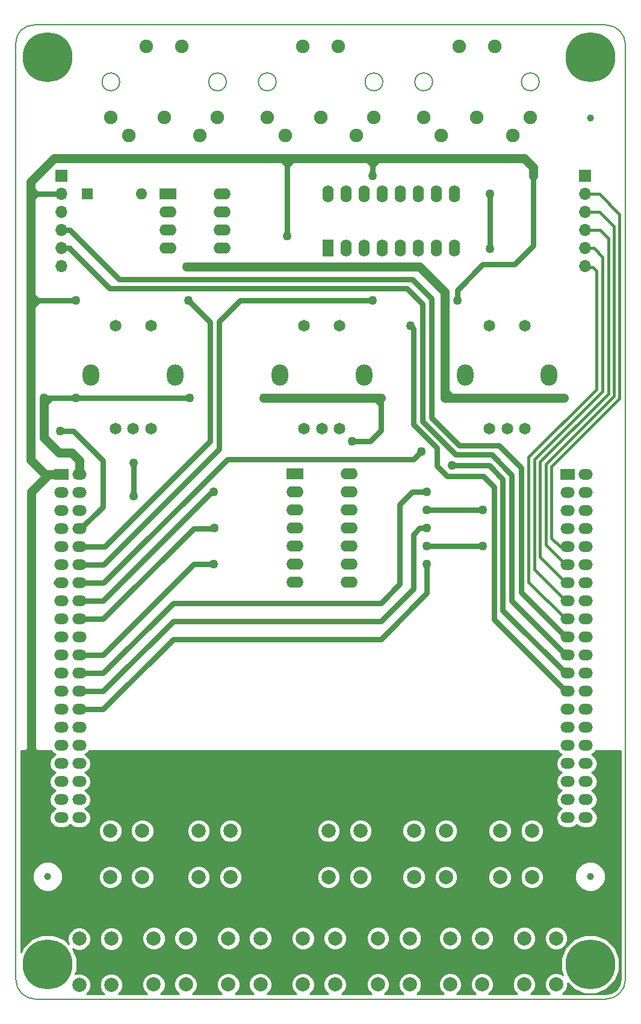
<source format=gbr>
G04 #@! TF.FileFunction,Copper,L1,Top,Signal*
%FSLAX46Y46*%
G04 Gerber Fmt 4.6, Leading zero omitted, Abs format (unit mm)*
G04 Created by KiCad (PCBNEW 4.0.6-e0-6349~53~ubuntu16.04.1) date Sat Aug 19 19:33:35 2017*
%MOMM*%
%LPD*%
G01*
G04 APERTURE LIST*
%ADD10C,0.100000*%
%ADD11C,0.150000*%
%ADD12R,2.000000X1.524000*%
%ADD13O,2.000000X1.524000*%
%ADD14C,1.900000*%
%ADD15O,2.300000X3.000000*%
%ADD16C,1.650000*%
%ADD17R,2.400000X1.600000*%
%ADD18O,2.400000X1.600000*%
%ADD19R,1.600000X2.400000*%
%ADD20O,1.600000X2.400000*%
%ADD21C,2.000000*%
%ADD22R,1.700000X1.700000*%
%ADD23O,1.700000X1.700000*%
%ADD24R,1.600000X1.600000*%
%ADD25O,1.600000X1.600000*%
%ADD26C,7.000000*%
%ADD27C,1.000000*%
%ADD28C,1.270000*%
%ADD29C,0.750000*%
%ADD30C,1.250000*%
%ADD31C,0.400000*%
%ADD32C,0.254000*%
G04 APERTURE END LIST*
D10*
D11*
X115125000Y-33750000D02*
G75*
G03X115125000Y-33750000I-1250000J0D01*
G01*
X100125000Y-33750000D02*
G75*
G03X100125000Y-33750000I-1250000J0D01*
G01*
X93125000Y-33750000D02*
G75*
G03X93125000Y-33750000I-1250000J0D01*
G01*
X78125000Y-33750000D02*
G75*
G03X78125000Y-33750000I-1250000J0D01*
G01*
X56125000Y-33750000D02*
G75*
G03X56125000Y-33750000I-1250000J0D01*
G01*
X71125000Y-33750000D02*
G75*
G03X71125000Y-33750000I-1250000J0D01*
G01*
X124500000Y-162750000D02*
G75*
G03X127250000Y-160000000I0J2750000D01*
G01*
X44250000Y-162750000D02*
X124500000Y-162750000D01*
X127250000Y-28500000D02*
X127250000Y-160000000D01*
X127250000Y-28500000D02*
G75*
G03X124500000Y-25750000I-2750000J0D01*
G01*
X44000000Y-25750000D02*
X124500000Y-25750000D01*
X44000000Y-25750000D02*
G75*
G03X41500000Y-28250000I0J-2500000D01*
G01*
X41500000Y-160000000D02*
X41500000Y-28250000D01*
X41500000Y-160000000D02*
G75*
G03X44250000Y-162750000I2750000J0D01*
G01*
D12*
X119126000Y-88995000D03*
D13*
X121666000Y-88995000D03*
X119126000Y-101695000D03*
X121666000Y-91535000D03*
X119126000Y-104235000D03*
X121666000Y-94075000D03*
X119126000Y-106775000D03*
X121666000Y-96615000D03*
X119126000Y-109315000D03*
X121666000Y-99155000D03*
X119126000Y-111855000D03*
X121666000Y-101695000D03*
X119126000Y-114395000D03*
X121666000Y-104235000D03*
X119126000Y-116935000D03*
X121666000Y-106775000D03*
X119126000Y-119475000D03*
X121666000Y-109315000D03*
X119126000Y-122015000D03*
X121666000Y-111855000D03*
X119126000Y-124555000D03*
X121666000Y-114395000D03*
X119126000Y-127095000D03*
X121666000Y-116935000D03*
X121666000Y-119475000D03*
X119126000Y-129635000D03*
X121666000Y-122015000D03*
X121666000Y-127095000D03*
X121666000Y-129635000D03*
X121666000Y-132175000D03*
X121666000Y-134715000D03*
X119126000Y-132175000D03*
X119126000Y-134715000D03*
X119126000Y-91535000D03*
X119126000Y-94075000D03*
X119126000Y-96615000D03*
X119126000Y-99155000D03*
X119126000Y-137255000D03*
X121666000Y-137255000D03*
X121666000Y-124555000D03*
D14*
X54875000Y-38750000D03*
X57375000Y-41250000D03*
X62375000Y-38750000D03*
X67375000Y-41250000D03*
X69875000Y-38750000D03*
X64875000Y-28750000D03*
X59875000Y-28750000D03*
X76875000Y-38750000D03*
X79375000Y-41250000D03*
X84375000Y-38750000D03*
X89375000Y-41250000D03*
X91875000Y-38750000D03*
X86875000Y-28750000D03*
X81875000Y-28750000D03*
X98875000Y-38750000D03*
X101375000Y-41250000D03*
X106375000Y-38750000D03*
X111375000Y-41250000D03*
X113875000Y-38750000D03*
X108875000Y-28750000D03*
X103875000Y-28750000D03*
D15*
X52100000Y-75000000D03*
D16*
X55500000Y-82500000D03*
X60500000Y-82500000D03*
X58000000Y-82500000D03*
X55500000Y-68000000D03*
X60500000Y-68000000D03*
D15*
X63900000Y-75000000D03*
X78669500Y-75000000D03*
D16*
X82069500Y-82500000D03*
X87069500Y-82500000D03*
X84569500Y-82500000D03*
X82069500Y-68000000D03*
X87069500Y-68000000D03*
D15*
X90469500Y-75000000D03*
X104715000Y-75000000D03*
D16*
X108115000Y-82500000D03*
X113115000Y-82500000D03*
X110615000Y-82500000D03*
X108115000Y-68000000D03*
X113115000Y-68000000D03*
D15*
X116515000Y-75000000D03*
D17*
X80772000Y-88868000D03*
D18*
X88392000Y-104108000D03*
X80772000Y-91408000D03*
X88392000Y-101568000D03*
X80772000Y-93948000D03*
X88392000Y-99028000D03*
X80772000Y-96488000D03*
X88392000Y-96488000D03*
X80772000Y-99028000D03*
X88392000Y-93948000D03*
X80772000Y-101568000D03*
X88392000Y-91408000D03*
X80772000Y-104108000D03*
X88392000Y-88868000D03*
D19*
X85380000Y-57120000D03*
D20*
X103160000Y-49500000D03*
X87920000Y-57120000D03*
X100620000Y-49500000D03*
X90460000Y-57120000D03*
X98080000Y-49500000D03*
X93000000Y-57120000D03*
X95540000Y-49500000D03*
X95540000Y-57120000D03*
X93000000Y-49500000D03*
X98080000Y-57120000D03*
X90460000Y-49500000D03*
X100620000Y-57120000D03*
X87920000Y-49500000D03*
X103160000Y-57120000D03*
X85380000Y-49500000D03*
D17*
X62880000Y-49460000D03*
D18*
X70500000Y-57080000D03*
X62880000Y-52000000D03*
X70500000Y-54540000D03*
X62880000Y-54540000D03*
X70500000Y-52000000D03*
X62880000Y-57080000D03*
X70500000Y-49460000D03*
D21*
X117500000Y-160700000D03*
X113000000Y-160700000D03*
X117500000Y-154200000D03*
X113000000Y-154200000D03*
X114100000Y-145600000D03*
X109600000Y-145600000D03*
X114100000Y-139100000D03*
X109600000Y-139100000D03*
X107100000Y-160700000D03*
X102600000Y-160700000D03*
X107100000Y-154200000D03*
X102600000Y-154200000D03*
X102000000Y-145600000D03*
X97500000Y-145600000D03*
X102000000Y-139100000D03*
X97500000Y-139100000D03*
X96956000Y-160700000D03*
X92456000Y-160700000D03*
X96956000Y-154200000D03*
X92456000Y-154200000D03*
X90000000Y-145600000D03*
X85500000Y-145600000D03*
X90000000Y-139100000D03*
X85500000Y-139100000D03*
X86400000Y-160700000D03*
X81900000Y-160700000D03*
X86400000Y-154200000D03*
X81900000Y-154200000D03*
X75900000Y-160700000D03*
X71400000Y-160700000D03*
X75900000Y-154200000D03*
X71400000Y-154200000D03*
X71700000Y-145600000D03*
X67200000Y-145600000D03*
X71700000Y-139100000D03*
X67200000Y-139100000D03*
X65400000Y-160700000D03*
X60900000Y-160700000D03*
X65400000Y-154200000D03*
X60900000Y-154200000D03*
X59300000Y-145600000D03*
X54800000Y-145600000D03*
X59300000Y-139100000D03*
X54800000Y-139100000D03*
X50419000Y-154273000D03*
X54919000Y-154273000D03*
X50419000Y-160773000D03*
X54919000Y-160773000D03*
D22*
X121539000Y-47000000D03*
D23*
X121539000Y-49540000D03*
X121539000Y-52080000D03*
X121539000Y-54620000D03*
X121539000Y-57160000D03*
X121539000Y-59700000D03*
D22*
X47879000Y-47000000D03*
D23*
X47879000Y-49540000D03*
X47879000Y-52080000D03*
X47879000Y-54620000D03*
X47879000Y-57160000D03*
X47879000Y-59700000D03*
D24*
X51562000Y-49530000D03*
D25*
X59182000Y-49530000D03*
D26*
X45974000Y-30320200D03*
X122301000Y-30320200D03*
X45974000Y-157853600D03*
X122301000Y-157853600D03*
D27*
X122300000Y-38830000D03*
X122300000Y-145510000D03*
X45974000Y-145510000D03*
D12*
X47879000Y-88995000D03*
D13*
X50419000Y-88995000D03*
X47879000Y-101695000D03*
X50419000Y-91535000D03*
X47879000Y-104235000D03*
X50419000Y-94075000D03*
X47879000Y-106775000D03*
X50419000Y-96615000D03*
X47879000Y-109315000D03*
X50419000Y-99155000D03*
X47879000Y-111855000D03*
X50419000Y-101695000D03*
X47879000Y-114395000D03*
X50419000Y-104235000D03*
X47879000Y-116935000D03*
X50419000Y-106775000D03*
X47879000Y-119475000D03*
X50419000Y-109315000D03*
X47879000Y-122015000D03*
X50419000Y-111855000D03*
X47879000Y-124555000D03*
X50419000Y-114395000D03*
X47879000Y-127095000D03*
X50419000Y-116935000D03*
X50419000Y-119475000D03*
X47879000Y-129635000D03*
X50419000Y-122015000D03*
X50419000Y-127095000D03*
X50419000Y-129635000D03*
X50419000Y-132175000D03*
X50419000Y-134715000D03*
X47879000Y-132175000D03*
X47879000Y-134715000D03*
X47879000Y-91535000D03*
X47879000Y-94075000D03*
X47879000Y-96615000D03*
X47879000Y-99155000D03*
X47879000Y-137255000D03*
X50419000Y-137255000D03*
X50419000Y-124555000D03*
D28*
X88775000Y-84328000D03*
X74930000Y-59784998D03*
X65532000Y-59784994D03*
X101853998Y-78200000D03*
X45466000Y-78200000D03*
X118618000Y-78200000D03*
X92837000Y-78200000D03*
X76327000Y-78200000D03*
X49911002Y-78200000D03*
X65913000Y-78200000D03*
X78867002Y-144780000D03*
X103614010Y-64484000D03*
X57658000Y-149193000D03*
X79654400Y-55390800D03*
X49911002Y-64484000D03*
X114300000Y-46958000D03*
X91694000Y-46958000D03*
X109855000Y-150844000D03*
X109808000Y-147923000D03*
X99822000Y-150971000D03*
X99822000Y-147415000D03*
X68580000Y-150971000D03*
X68580000Y-147542000D03*
X58039000Y-92043000D03*
X58039000Y-87344000D03*
X107188000Y-93948000D03*
X99314000Y-93948000D03*
X107188000Y-99028000D03*
X99314000Y-99028000D03*
X47752000Y-82899000D03*
X102870006Y-87725000D03*
X108202000Y-57243000D03*
X108202000Y-49500000D03*
X97014010Y-68040000D03*
X69392800Y-96488000D03*
X65786000Y-64484000D03*
X69342000Y-91408000D03*
X69342000Y-101568000D03*
X91694000Y-64484000D03*
X99314000Y-91408000D03*
X99314000Y-96488000D03*
X98552000Y-85725000D03*
X99314000Y-101568000D03*
D29*
X46609000Y-78200000D02*
X45466000Y-78200000D01*
X49911002Y-78200000D02*
X46609000Y-78200000D01*
X46514000Y-78200000D02*
X45466000Y-79248000D01*
D30*
X45466000Y-79883000D02*
X45466000Y-79248000D01*
X45466000Y-79248000D02*
X45466000Y-78200000D01*
D29*
X46609000Y-78200000D02*
X46514000Y-78200000D01*
D30*
X45466000Y-83820000D02*
X45466000Y-79883000D01*
D29*
X65913000Y-78200000D02*
X49911002Y-78200000D01*
X92837000Y-79121000D02*
X92837000Y-82804000D01*
X92837000Y-82804000D02*
X91313000Y-84328000D01*
X91313000Y-84328000D02*
X88775000Y-84328000D01*
X92837000Y-79121000D02*
X92075000Y-78359000D01*
X92075000Y-78359000D02*
X92075000Y-78200000D01*
X92837000Y-78200000D02*
X92837000Y-79121000D01*
D30*
X76327000Y-78200000D02*
X92075000Y-78200000D01*
X92075000Y-78200000D02*
X92837000Y-78200000D01*
X50419000Y-88995000D02*
X50419000Y-86995000D01*
X50419000Y-86995000D02*
X49371000Y-85947000D01*
X49371000Y-85947000D02*
X47593000Y-85947000D01*
X47593000Y-85947000D02*
X45466000Y-83820000D01*
X101854000Y-76962000D02*
X101854000Y-63341000D01*
X118618000Y-78200000D02*
X102997000Y-78200000D01*
D29*
X101854000Y-76962000D02*
X101854000Y-77057000D01*
D30*
X101854000Y-78199998D02*
X101854000Y-76962000D01*
X102997000Y-78200000D02*
X101854000Y-78200000D01*
D29*
X101854000Y-77057000D02*
X102997000Y-78200000D01*
D30*
X101853998Y-78200000D02*
X101854000Y-78199998D01*
X101854000Y-63341000D02*
X98297998Y-59784998D01*
X98297998Y-59784998D02*
X74930000Y-59784998D01*
X65532000Y-59784994D02*
X74929996Y-59784994D01*
X74929996Y-59784994D02*
X74930000Y-59784998D01*
D29*
X92583000Y-78200000D02*
X92837000Y-78454000D01*
X65913000Y-78199998D02*
X65785998Y-78327000D01*
D30*
X91694000Y-44545000D02*
X92710000Y-44545000D01*
X92710000Y-44545000D02*
X96647000Y-44545000D01*
D29*
X91694000Y-45466000D02*
X91789000Y-45466000D01*
X91789000Y-45466000D02*
X92710000Y-44545000D01*
D30*
X90678000Y-44545000D02*
X91694000Y-44545000D01*
X80645000Y-44545000D02*
X90678000Y-44545000D01*
D29*
X91694000Y-46958000D02*
X91694000Y-45466000D01*
X91694000Y-45466000D02*
X91694000Y-44545000D01*
X90678000Y-44545000D02*
X90773000Y-44545000D01*
X90773000Y-44545000D02*
X91694000Y-45466000D01*
X49911002Y-64484000D02*
X43561000Y-64484000D01*
X47879000Y-49540000D02*
X43603000Y-49540000D01*
X43603000Y-49540000D02*
X43561000Y-49498000D01*
X43688000Y-127381000D02*
X44577000Y-128270000D01*
X42926000Y-128143000D02*
X43688000Y-127381000D01*
D30*
X43688000Y-126873000D02*
X43688000Y-131540000D01*
X43688000Y-91436000D02*
X43688000Y-126873000D01*
D29*
X43688000Y-126873000D02*
X43688000Y-127381000D01*
X114300000Y-46958000D02*
X114300000Y-56769000D01*
X111633000Y-59436000D02*
X107188000Y-59436000D01*
X107188000Y-59436000D02*
X103614010Y-63009990D01*
X114300000Y-56769000D02*
X111633000Y-59436000D01*
X103614010Y-63009990D02*
X103614010Y-64484000D01*
D30*
X43561000Y-64484000D02*
X43561000Y-63500000D01*
X43561000Y-63500000D02*
X43561000Y-50260000D01*
D29*
X44704000Y-64484000D02*
X44545000Y-64484000D01*
X44545000Y-64484000D02*
X43561000Y-63500000D01*
X44704000Y-64484000D02*
X43561000Y-64484000D01*
X44704000Y-64484000D02*
X43561000Y-65627000D01*
D30*
X79629000Y-44545000D02*
X80645000Y-44545000D01*
D29*
X79654400Y-45720000D02*
X79654400Y-45535600D01*
X79654400Y-45535600D02*
X80645000Y-44545000D01*
X79654400Y-45720000D02*
X79654400Y-44570400D01*
X79654400Y-55390800D02*
X79654400Y-45720000D01*
D30*
X46863000Y-44545000D02*
X78740000Y-44545000D01*
X78740000Y-44545000D02*
X79629000Y-44545000D01*
D29*
X79654400Y-45720000D02*
X79654400Y-45459400D01*
X79654400Y-45459400D02*
X78740000Y-44545000D01*
D30*
X96647000Y-44545000D02*
X113030000Y-44545000D01*
X113030000Y-44545000D02*
X114300000Y-45815000D01*
X114300000Y-45815000D02*
X114300000Y-46958000D01*
D29*
X47879000Y-88995000D02*
X46129000Y-88995000D01*
D30*
X46129000Y-88995000D02*
X43688000Y-91436000D01*
X43561000Y-48736000D02*
X43561000Y-48101000D01*
D29*
X43688000Y-48736000D02*
X44450000Y-49498000D01*
D30*
X43561000Y-49498000D02*
X43561000Y-48736000D01*
D29*
X43561000Y-48736000D02*
X43688000Y-48736000D01*
D30*
X43561000Y-50260000D02*
X43561000Y-49498000D01*
D29*
X43561000Y-50260000D02*
X43688000Y-50260000D01*
X44450000Y-49498000D02*
X43561000Y-49498000D01*
X43688000Y-50260000D02*
X44450000Y-49498000D01*
X79654400Y-44570400D02*
X79629000Y-44545000D01*
D30*
X43561000Y-48101000D02*
X43561000Y-47847000D01*
X43561000Y-47847000D02*
X46863000Y-44545000D01*
X43561000Y-65627000D02*
X43561000Y-64484000D01*
X43561000Y-86927000D02*
X43561000Y-65627000D01*
X47879000Y-88995000D02*
X45629000Y-88995000D01*
X45629000Y-88995000D02*
X43561000Y-86927000D01*
D29*
X47879000Y-88995000D02*
X45847000Y-88995000D01*
X58039000Y-87344000D02*
X58039000Y-92043000D01*
X107156000Y-93948000D02*
X107188000Y-93980000D01*
X99314000Y-93948000D02*
X107156000Y-93948000D01*
X107156008Y-99028000D02*
X107188000Y-99059992D01*
X99314000Y-99028000D02*
X107156008Y-99028000D01*
X47879000Y-54620000D02*
X49081081Y-54620000D01*
X49081081Y-54620000D02*
X56024081Y-61563000D01*
X112564950Y-88021950D02*
X112564950Y-105531950D01*
X56024081Y-61563000D02*
X97282001Y-61563001D01*
X97282001Y-61563001D02*
X99968989Y-64249989D01*
X99968989Y-64249989D02*
X99968989Y-80990621D01*
X99968989Y-80990621D02*
X103909368Y-84931000D01*
X103909368Y-84931000D02*
X109474000Y-84931000D01*
X109474000Y-84931000D02*
X112564950Y-88021950D01*
X112564950Y-105531950D02*
X118888000Y-111855000D01*
X118888000Y-111855000D02*
X119126000Y-111855000D01*
X49081081Y-57160000D02*
X49081081Y-57177081D01*
X49081081Y-57177081D02*
X54717011Y-62813011D01*
X47879000Y-57160000D02*
X49081081Y-57160000D01*
X96500011Y-62813011D02*
X98718978Y-65031978D01*
X111257411Y-106764411D02*
X118888000Y-114395000D01*
X98718978Y-81508392D02*
X103391597Y-86181011D01*
X103391597Y-86181011D02*
X108412611Y-86181011D01*
X98718978Y-65031978D02*
X98718978Y-81508392D01*
X108412611Y-86181011D02*
X111257411Y-89025811D01*
X111257411Y-89025811D02*
X111257411Y-106764411D01*
X118888000Y-114395000D02*
X119126000Y-114395000D01*
X54717011Y-62813011D02*
X96500011Y-62813011D01*
X50419000Y-96615000D02*
X50657000Y-96615000D01*
X50657000Y-96615000D02*
X53746400Y-93525600D01*
X53746400Y-93525600D02*
X53746400Y-87020400D01*
X53746400Y-87020400D02*
X49625000Y-82899000D01*
X49625000Y-82899000D02*
X47752000Y-82899000D01*
D31*
X119126000Y-99155000D02*
X118075200Y-99155000D01*
X118075200Y-99155000D02*
X116840000Y-97919800D01*
X116840000Y-97919800D02*
X116840000Y-87852000D01*
X116840000Y-87852000D02*
X126441020Y-78250980D01*
X126441020Y-52368020D02*
X123571000Y-49498000D01*
X126441020Y-78250980D02*
X126441020Y-52368020D01*
X123571000Y-49498000D02*
X123529000Y-49540000D01*
X123529000Y-49540000D02*
X121539000Y-49540000D01*
X119126000Y-101695000D02*
X118888000Y-101695000D01*
X118888000Y-101695000D02*
X116039990Y-98846990D01*
X123529000Y-52080000D02*
X121539000Y-52080000D01*
X116039990Y-98846990D02*
X116039990Y-87520624D01*
X116039990Y-87520624D02*
X125641009Y-77919605D01*
X125641009Y-54108009D02*
X123571000Y-52038000D01*
X125641009Y-77919605D02*
X125641009Y-54108009D01*
X123571000Y-52038000D02*
X123529000Y-52080000D01*
X119126000Y-104235000D02*
X118888000Y-104235000D01*
X118888000Y-104235000D02*
X115239980Y-100586980D01*
X115239980Y-100586980D02*
X115239980Y-87189248D01*
X115239980Y-87189248D02*
X124840998Y-77588230D01*
X124840998Y-77588230D02*
X124840998Y-55724008D01*
X124840998Y-55724008D02*
X123694990Y-54578000D01*
X123694990Y-54578000D02*
X123698000Y-54578000D01*
X123698000Y-54578000D02*
X123656000Y-54620000D01*
X123656000Y-54620000D02*
X121539000Y-54620000D01*
X119126000Y-106775000D02*
X118888000Y-106775000D01*
X114439970Y-86857872D02*
X124040987Y-77256855D01*
X118888000Y-106775000D02*
X114439970Y-102326970D01*
X114439970Y-102326970D02*
X114439970Y-86857872D01*
X124040987Y-77256855D02*
X124040987Y-58381987D01*
X124040987Y-58381987D02*
X122819000Y-57160000D01*
X122819000Y-57160000D02*
X121539000Y-57160000D01*
X119126000Y-109315000D02*
X118888000Y-109315000D01*
X118888000Y-109315000D02*
X113639960Y-104066960D01*
X113639960Y-104066960D02*
X113639960Y-86526496D01*
X113639960Y-86526496D02*
X123190000Y-76976456D01*
X123190000Y-76976456D02*
X123190000Y-60325000D01*
X123190000Y-60325000D02*
X122682000Y-59817000D01*
X122682000Y-59817000D02*
X121656000Y-59817000D01*
X121656000Y-59817000D02*
X121539000Y-59700000D01*
D29*
X110007400Y-89655400D02*
X108077000Y-87725000D01*
X118888000Y-116935000D02*
X110007400Y-108054400D01*
X119126000Y-116935000D02*
X118888000Y-116935000D01*
X110007400Y-108054400D02*
X110007400Y-89655400D01*
X108077000Y-87725000D02*
X103768031Y-87725000D01*
X103768031Y-87725000D02*
X102870006Y-87725000D01*
X119126000Y-119475000D02*
X118888000Y-119475000D01*
X118888000Y-119475000D02*
X108757389Y-109344389D01*
X108757389Y-109344389D02*
X108757389Y-90691389D01*
X108757389Y-90691389D02*
X107301002Y-89235002D01*
X100711000Y-85268196D02*
X97409000Y-81966196D01*
X97409000Y-68453000D02*
X97014010Y-68058010D01*
X107301002Y-89235002D02*
X102145194Y-89235002D01*
X97014010Y-68058010D02*
X97014010Y-68040000D01*
X102145194Y-89235002D02*
X100711000Y-87800808D01*
X100711000Y-87800808D02*
X100711000Y-85268196D01*
X97409000Y-81966196D02*
X97409000Y-68453000D01*
X108202000Y-49500000D02*
X108202000Y-57243000D01*
X69392800Y-96488000D02*
X69342000Y-96538800D01*
X69342000Y-96538800D02*
X66529200Y-96538800D01*
X66529200Y-96538800D02*
X53753000Y-109315000D01*
X53753000Y-109315000D02*
X50419000Y-109315000D01*
X65786000Y-64484000D02*
X68834000Y-67532000D01*
X53975000Y-99155000D02*
X50419000Y-99155000D01*
X68834000Y-67532000D02*
X68834000Y-84296000D01*
X68834000Y-84296000D02*
X53975000Y-99155000D01*
X69342000Y-91408000D02*
X69120000Y-91408000D01*
X52169000Y-106775000D02*
X50419000Y-106775000D01*
X69120000Y-91408000D02*
X53753000Y-106775000D01*
X53753000Y-106775000D02*
X52169000Y-106775000D01*
X69342000Y-101568000D02*
X66580000Y-101568000D01*
X66580000Y-101568000D02*
X53753000Y-114395000D01*
X53753000Y-114395000D02*
X50419000Y-114395000D01*
X91694000Y-64484000D02*
X73057000Y-64484000D01*
X73057000Y-64484000D02*
X70104000Y-67437000D01*
X70104000Y-67437000D02*
X70104000Y-85439000D01*
X70104000Y-85439000D02*
X53848000Y-101695000D01*
X53848000Y-101695000D02*
X52169000Y-101695000D01*
X52169000Y-101695000D02*
X50419000Y-101695000D01*
X99314000Y-91408000D02*
X97314000Y-91408000D01*
X97314000Y-91408000D02*
X95504000Y-93218000D01*
X95504000Y-93218000D02*
X95504000Y-104394000D01*
X95504000Y-104394000D02*
X92837000Y-107061000D01*
X92837000Y-107061000D02*
X63627000Y-107061000D01*
X63627000Y-107061000D02*
X53753000Y-116935000D01*
X53753000Y-116935000D02*
X50419000Y-116935000D01*
X99339400Y-96488000D02*
X98330000Y-96488000D01*
X98330000Y-96488000D02*
X97409000Y-97409000D01*
X97409000Y-97409000D02*
X97409000Y-105029000D01*
X92837000Y-109601000D02*
X63627000Y-109601000D01*
X97409000Y-105029000D02*
X92837000Y-109601000D01*
X63627000Y-109601000D02*
X53753000Y-119475000D01*
X53753000Y-119475000D02*
X52169000Y-119475000D01*
X52169000Y-119475000D02*
X50419000Y-119475000D01*
X97441000Y-86836000D02*
X97917001Y-86359999D01*
X97917001Y-86359999D02*
X98552000Y-85725000D01*
X71247000Y-86836000D02*
X97441000Y-86836000D01*
X53848000Y-104235000D02*
X71247000Y-86836000D01*
X50419000Y-104235000D02*
X53848000Y-104235000D01*
X50419000Y-122015000D02*
X53753000Y-122015000D01*
X53753000Y-122015000D02*
X63627000Y-112141000D01*
X63627000Y-112141000D02*
X92837000Y-112141000D01*
X92837000Y-112141000D02*
X99314000Y-105664000D01*
X99314000Y-105664000D02*
X99314000Y-101618800D01*
X99314000Y-101618800D02*
X99364800Y-101568000D01*
X50546000Y-122142000D02*
X50419000Y-122015000D01*
X47879000Y-104235000D02*
X47117000Y-104235000D01*
D32*
G36*
X46626954Y-128077171D02*
X47057720Y-128365000D01*
X46626954Y-128652829D01*
X46325856Y-129103453D01*
X46220125Y-129635000D01*
X46325856Y-130166547D01*
X46626954Y-130617171D01*
X47057720Y-130905000D01*
X46626954Y-131192829D01*
X46325856Y-131643453D01*
X46220125Y-132175000D01*
X46325856Y-132706547D01*
X46626954Y-133157171D01*
X47057720Y-133445000D01*
X46626954Y-133732829D01*
X46325856Y-134183453D01*
X46220125Y-134715000D01*
X46325856Y-135246547D01*
X46626954Y-135697171D01*
X47057720Y-135985000D01*
X46626954Y-136272829D01*
X46325856Y-136723453D01*
X46220125Y-137255000D01*
X46325856Y-137786547D01*
X46626954Y-138237171D01*
X47077578Y-138538269D01*
X47609125Y-138644000D01*
X48148875Y-138644000D01*
X48680422Y-138538269D01*
X49131046Y-138237171D01*
X49149000Y-138210301D01*
X49166954Y-138237171D01*
X49617578Y-138538269D01*
X50149125Y-138644000D01*
X50688875Y-138644000D01*
X51220422Y-138538269D01*
X51671046Y-138237171D01*
X51972144Y-137786547D01*
X52077875Y-137255000D01*
X51972144Y-136723453D01*
X51671046Y-136272829D01*
X51240280Y-135985000D01*
X51671046Y-135697171D01*
X51972144Y-135246547D01*
X52077875Y-134715000D01*
X51972144Y-134183453D01*
X51671046Y-133732829D01*
X51240280Y-133445000D01*
X51671046Y-133157171D01*
X51972144Y-132706547D01*
X52077875Y-132175000D01*
X51972144Y-131643453D01*
X51671046Y-131192829D01*
X51240280Y-130905000D01*
X51671046Y-130617171D01*
X51972144Y-130166547D01*
X52077875Y-129635000D01*
X51972144Y-129103453D01*
X51671046Y-128652829D01*
X51240280Y-128365000D01*
X51671046Y-128077171D01*
X51818160Y-127857000D01*
X117726840Y-127857000D01*
X117873954Y-128077171D01*
X118304720Y-128365000D01*
X117873954Y-128652829D01*
X117572856Y-129103453D01*
X117467125Y-129635000D01*
X117572856Y-130166547D01*
X117873954Y-130617171D01*
X118304720Y-130905000D01*
X117873954Y-131192829D01*
X117572856Y-131643453D01*
X117467125Y-132175000D01*
X117572856Y-132706547D01*
X117873954Y-133157171D01*
X118304720Y-133445000D01*
X117873954Y-133732829D01*
X117572856Y-134183453D01*
X117467125Y-134715000D01*
X117572856Y-135246547D01*
X117873954Y-135697171D01*
X118304720Y-135985000D01*
X117873954Y-136272829D01*
X117572856Y-136723453D01*
X117467125Y-137255000D01*
X117572856Y-137786547D01*
X117873954Y-138237171D01*
X118324578Y-138538269D01*
X118856125Y-138644000D01*
X119395875Y-138644000D01*
X119927422Y-138538269D01*
X120378046Y-138237171D01*
X120396000Y-138210301D01*
X120413954Y-138237171D01*
X120864578Y-138538269D01*
X121396125Y-138644000D01*
X121935875Y-138644000D01*
X122467422Y-138538269D01*
X122918046Y-138237171D01*
X123219144Y-137786547D01*
X123324875Y-137255000D01*
X123219144Y-136723453D01*
X122918046Y-136272829D01*
X122487280Y-135985000D01*
X122918046Y-135697171D01*
X123219144Y-135246547D01*
X123324875Y-134715000D01*
X123219144Y-134183453D01*
X122918046Y-133732829D01*
X122487280Y-133445000D01*
X122918046Y-133157171D01*
X123219144Y-132706547D01*
X123324875Y-132175000D01*
X123219144Y-131643453D01*
X122918046Y-131192829D01*
X122487280Y-130905000D01*
X122918046Y-130617171D01*
X123219144Y-130166547D01*
X123324875Y-129635000D01*
X123219144Y-129103453D01*
X122918046Y-128652829D01*
X122487280Y-128365000D01*
X122918046Y-128077171D01*
X123065160Y-127857000D01*
X126548000Y-127857000D01*
X126548000Y-159930861D01*
X126379400Y-160778471D01*
X125938430Y-161438430D01*
X125278472Y-161879400D01*
X124430861Y-162048000D01*
X118452582Y-162048000D01*
X118878499Y-161622825D01*
X119126717Y-161025050D01*
X119127162Y-160515777D01*
X119960190Y-161350260D01*
X121476487Y-161979882D01*
X123118310Y-161981315D01*
X124635704Y-161354341D01*
X125797660Y-160194410D01*
X126427282Y-158678113D01*
X126428715Y-157036290D01*
X125801741Y-155518896D01*
X124641810Y-154356940D01*
X123125513Y-153727318D01*
X121483690Y-153725885D01*
X119966296Y-154352859D01*
X118804340Y-155512790D01*
X118174718Y-157029087D01*
X118173285Y-158670910D01*
X118455719Y-159354452D01*
X118422825Y-159321501D01*
X117825050Y-159073283D01*
X117177789Y-159072718D01*
X116579582Y-159319892D01*
X116121501Y-159777175D01*
X115873283Y-160374950D01*
X115872718Y-161022211D01*
X116119892Y-161620418D01*
X116546729Y-162048000D01*
X113952582Y-162048000D01*
X114378499Y-161622825D01*
X114626717Y-161025050D01*
X114627282Y-160377789D01*
X114380108Y-159779582D01*
X113922825Y-159321501D01*
X113325050Y-159073283D01*
X112677789Y-159072718D01*
X112079582Y-159319892D01*
X111621501Y-159777175D01*
X111373283Y-160374950D01*
X111372718Y-161022211D01*
X111619892Y-161620418D01*
X112046729Y-162048000D01*
X108052582Y-162048000D01*
X108478499Y-161622825D01*
X108726717Y-161025050D01*
X108727282Y-160377789D01*
X108480108Y-159779582D01*
X108022825Y-159321501D01*
X107425050Y-159073283D01*
X106777789Y-159072718D01*
X106179582Y-159319892D01*
X105721501Y-159777175D01*
X105473283Y-160374950D01*
X105472718Y-161022211D01*
X105719892Y-161620418D01*
X106146729Y-162048000D01*
X103552582Y-162048000D01*
X103978499Y-161622825D01*
X104226717Y-161025050D01*
X104227282Y-160377789D01*
X103980108Y-159779582D01*
X103522825Y-159321501D01*
X102925050Y-159073283D01*
X102277789Y-159072718D01*
X101679582Y-159319892D01*
X101221501Y-159777175D01*
X100973283Y-160374950D01*
X100972718Y-161022211D01*
X101219892Y-161620418D01*
X101646729Y-162048000D01*
X97908582Y-162048000D01*
X98334499Y-161622825D01*
X98582717Y-161025050D01*
X98583282Y-160377789D01*
X98336108Y-159779582D01*
X97878825Y-159321501D01*
X97281050Y-159073283D01*
X96633789Y-159072718D01*
X96035582Y-159319892D01*
X95577501Y-159777175D01*
X95329283Y-160374950D01*
X95328718Y-161022211D01*
X95575892Y-161620418D01*
X96002729Y-162048000D01*
X93408582Y-162048000D01*
X93834499Y-161622825D01*
X94082717Y-161025050D01*
X94083282Y-160377789D01*
X93836108Y-159779582D01*
X93378825Y-159321501D01*
X92781050Y-159073283D01*
X92133789Y-159072718D01*
X91535582Y-159319892D01*
X91077501Y-159777175D01*
X90829283Y-160374950D01*
X90828718Y-161022211D01*
X91075892Y-161620418D01*
X91502729Y-162048000D01*
X87352582Y-162048000D01*
X87778499Y-161622825D01*
X88026717Y-161025050D01*
X88027282Y-160377789D01*
X87780108Y-159779582D01*
X87322825Y-159321501D01*
X86725050Y-159073283D01*
X86077789Y-159072718D01*
X85479582Y-159319892D01*
X85021501Y-159777175D01*
X84773283Y-160374950D01*
X84772718Y-161022211D01*
X85019892Y-161620418D01*
X85446729Y-162048000D01*
X82852582Y-162048000D01*
X83278499Y-161622825D01*
X83526717Y-161025050D01*
X83527282Y-160377789D01*
X83280108Y-159779582D01*
X82822825Y-159321501D01*
X82225050Y-159073283D01*
X81577789Y-159072718D01*
X80979582Y-159319892D01*
X80521501Y-159777175D01*
X80273283Y-160374950D01*
X80272718Y-161022211D01*
X80519892Y-161620418D01*
X80946729Y-162048000D01*
X76852582Y-162048000D01*
X77278499Y-161622825D01*
X77526717Y-161025050D01*
X77527282Y-160377789D01*
X77280108Y-159779582D01*
X76822825Y-159321501D01*
X76225050Y-159073283D01*
X75577789Y-159072718D01*
X74979582Y-159319892D01*
X74521501Y-159777175D01*
X74273283Y-160374950D01*
X74272718Y-161022211D01*
X74519892Y-161620418D01*
X74946729Y-162048000D01*
X72352582Y-162048000D01*
X72778499Y-161622825D01*
X73026717Y-161025050D01*
X73027282Y-160377789D01*
X72780108Y-159779582D01*
X72322825Y-159321501D01*
X71725050Y-159073283D01*
X71077789Y-159072718D01*
X70479582Y-159319892D01*
X70021501Y-159777175D01*
X69773283Y-160374950D01*
X69772718Y-161022211D01*
X70019892Y-161620418D01*
X70446729Y-162048000D01*
X66352582Y-162048000D01*
X66778499Y-161622825D01*
X67026717Y-161025050D01*
X67027282Y-160377789D01*
X66780108Y-159779582D01*
X66322825Y-159321501D01*
X65725050Y-159073283D01*
X65077789Y-159072718D01*
X64479582Y-159319892D01*
X64021501Y-159777175D01*
X63773283Y-160374950D01*
X63772718Y-161022211D01*
X64019892Y-161620418D01*
X64446729Y-162048000D01*
X61852582Y-162048000D01*
X62278499Y-161622825D01*
X62526717Y-161025050D01*
X62527282Y-160377789D01*
X62280108Y-159779582D01*
X61822825Y-159321501D01*
X61225050Y-159073283D01*
X60577789Y-159072718D01*
X59979582Y-159319892D01*
X59521501Y-159777175D01*
X59273283Y-160374950D01*
X59272718Y-161022211D01*
X59519892Y-161620418D01*
X59946729Y-162048000D01*
X55944709Y-162048000D01*
X56297499Y-161695825D01*
X56545717Y-161098050D01*
X56546282Y-160450789D01*
X56299108Y-159852582D01*
X55841825Y-159394501D01*
X55244050Y-159146283D01*
X54596789Y-159145718D01*
X53998582Y-159392892D01*
X53540501Y-159850175D01*
X53292283Y-160447950D01*
X53291718Y-161095211D01*
X53538892Y-161693418D01*
X53892856Y-162048000D01*
X51444709Y-162048000D01*
X51797499Y-161695825D01*
X52045717Y-161098050D01*
X52046282Y-160450789D01*
X51799108Y-159852582D01*
X51341825Y-159394501D01*
X50744050Y-159146283D01*
X50096789Y-159145718D01*
X49866626Y-159240820D01*
X50100282Y-158678113D01*
X50101715Y-157036290D01*
X49536440Y-155668218D01*
X50093950Y-155899717D01*
X50741211Y-155900282D01*
X51339418Y-155653108D01*
X51797499Y-155195825D01*
X52045717Y-154598050D01*
X52045719Y-154595211D01*
X53291718Y-154595211D01*
X53538892Y-155193418D01*
X53996175Y-155651499D01*
X54593950Y-155899717D01*
X55241211Y-155900282D01*
X55839418Y-155653108D01*
X56297499Y-155195825D01*
X56545717Y-154598050D01*
X56545783Y-154522211D01*
X59272718Y-154522211D01*
X59519892Y-155120418D01*
X59977175Y-155578499D01*
X60574950Y-155826717D01*
X61222211Y-155827282D01*
X61820418Y-155580108D01*
X62278499Y-155122825D01*
X62526717Y-154525050D01*
X62526719Y-154522211D01*
X63772718Y-154522211D01*
X64019892Y-155120418D01*
X64477175Y-155578499D01*
X65074950Y-155826717D01*
X65722211Y-155827282D01*
X66320418Y-155580108D01*
X66778499Y-155122825D01*
X67026717Y-154525050D01*
X67026719Y-154522211D01*
X69772718Y-154522211D01*
X70019892Y-155120418D01*
X70477175Y-155578499D01*
X71074950Y-155826717D01*
X71722211Y-155827282D01*
X72320418Y-155580108D01*
X72778499Y-155122825D01*
X73026717Y-154525050D01*
X73026719Y-154522211D01*
X74272718Y-154522211D01*
X74519892Y-155120418D01*
X74977175Y-155578499D01*
X75574950Y-155826717D01*
X76222211Y-155827282D01*
X76820418Y-155580108D01*
X77278499Y-155122825D01*
X77526717Y-154525050D01*
X77526719Y-154522211D01*
X80272718Y-154522211D01*
X80519892Y-155120418D01*
X80977175Y-155578499D01*
X81574950Y-155826717D01*
X82222211Y-155827282D01*
X82820418Y-155580108D01*
X83278499Y-155122825D01*
X83526717Y-154525050D01*
X83526719Y-154522211D01*
X84772718Y-154522211D01*
X85019892Y-155120418D01*
X85477175Y-155578499D01*
X86074950Y-155826717D01*
X86722211Y-155827282D01*
X87320418Y-155580108D01*
X87778499Y-155122825D01*
X88026717Y-154525050D01*
X88026719Y-154522211D01*
X90828718Y-154522211D01*
X91075892Y-155120418D01*
X91533175Y-155578499D01*
X92130950Y-155826717D01*
X92778211Y-155827282D01*
X93376418Y-155580108D01*
X93834499Y-155122825D01*
X94082717Y-154525050D01*
X94082719Y-154522211D01*
X95328718Y-154522211D01*
X95575892Y-155120418D01*
X96033175Y-155578499D01*
X96630950Y-155826717D01*
X97278211Y-155827282D01*
X97876418Y-155580108D01*
X98334499Y-155122825D01*
X98582717Y-154525050D01*
X98582719Y-154522211D01*
X100972718Y-154522211D01*
X101219892Y-155120418D01*
X101677175Y-155578499D01*
X102274950Y-155826717D01*
X102922211Y-155827282D01*
X103520418Y-155580108D01*
X103978499Y-155122825D01*
X104226717Y-154525050D01*
X104226719Y-154522211D01*
X105472718Y-154522211D01*
X105719892Y-155120418D01*
X106177175Y-155578499D01*
X106774950Y-155826717D01*
X107422211Y-155827282D01*
X108020418Y-155580108D01*
X108478499Y-155122825D01*
X108726717Y-154525050D01*
X108726719Y-154522211D01*
X111372718Y-154522211D01*
X111619892Y-155120418D01*
X112077175Y-155578499D01*
X112674950Y-155826717D01*
X113322211Y-155827282D01*
X113920418Y-155580108D01*
X114378499Y-155122825D01*
X114626717Y-154525050D01*
X114626719Y-154522211D01*
X115872718Y-154522211D01*
X116119892Y-155120418D01*
X116577175Y-155578499D01*
X117174950Y-155826717D01*
X117822211Y-155827282D01*
X118420418Y-155580108D01*
X118878499Y-155122825D01*
X119126717Y-154525050D01*
X119127282Y-153877789D01*
X118880108Y-153279582D01*
X118422825Y-152821501D01*
X117825050Y-152573283D01*
X117177789Y-152572718D01*
X116579582Y-152819892D01*
X116121501Y-153277175D01*
X115873283Y-153874950D01*
X115872718Y-154522211D01*
X114626719Y-154522211D01*
X114627282Y-153877789D01*
X114380108Y-153279582D01*
X113922825Y-152821501D01*
X113325050Y-152573283D01*
X112677789Y-152572718D01*
X112079582Y-152819892D01*
X111621501Y-153277175D01*
X111373283Y-153874950D01*
X111372718Y-154522211D01*
X108726719Y-154522211D01*
X108727282Y-153877789D01*
X108480108Y-153279582D01*
X108022825Y-152821501D01*
X107425050Y-152573283D01*
X106777789Y-152572718D01*
X106179582Y-152819892D01*
X105721501Y-153277175D01*
X105473283Y-153874950D01*
X105472718Y-154522211D01*
X104226719Y-154522211D01*
X104227282Y-153877789D01*
X103980108Y-153279582D01*
X103522825Y-152821501D01*
X102925050Y-152573283D01*
X102277789Y-152572718D01*
X101679582Y-152819892D01*
X101221501Y-153277175D01*
X100973283Y-153874950D01*
X100972718Y-154522211D01*
X98582719Y-154522211D01*
X98583282Y-153877789D01*
X98336108Y-153279582D01*
X97878825Y-152821501D01*
X97281050Y-152573283D01*
X96633789Y-152572718D01*
X96035582Y-152819892D01*
X95577501Y-153277175D01*
X95329283Y-153874950D01*
X95328718Y-154522211D01*
X94082719Y-154522211D01*
X94083282Y-153877789D01*
X93836108Y-153279582D01*
X93378825Y-152821501D01*
X92781050Y-152573283D01*
X92133789Y-152572718D01*
X91535582Y-152819892D01*
X91077501Y-153277175D01*
X90829283Y-153874950D01*
X90828718Y-154522211D01*
X88026719Y-154522211D01*
X88027282Y-153877789D01*
X87780108Y-153279582D01*
X87322825Y-152821501D01*
X86725050Y-152573283D01*
X86077789Y-152572718D01*
X85479582Y-152819892D01*
X85021501Y-153277175D01*
X84773283Y-153874950D01*
X84772718Y-154522211D01*
X83526719Y-154522211D01*
X83527282Y-153877789D01*
X83280108Y-153279582D01*
X82822825Y-152821501D01*
X82225050Y-152573283D01*
X81577789Y-152572718D01*
X80979582Y-152819892D01*
X80521501Y-153277175D01*
X80273283Y-153874950D01*
X80272718Y-154522211D01*
X77526719Y-154522211D01*
X77527282Y-153877789D01*
X77280108Y-153279582D01*
X76822825Y-152821501D01*
X76225050Y-152573283D01*
X75577789Y-152572718D01*
X74979582Y-152819892D01*
X74521501Y-153277175D01*
X74273283Y-153874950D01*
X74272718Y-154522211D01*
X73026719Y-154522211D01*
X73027282Y-153877789D01*
X72780108Y-153279582D01*
X72322825Y-152821501D01*
X71725050Y-152573283D01*
X71077789Y-152572718D01*
X70479582Y-152819892D01*
X70021501Y-153277175D01*
X69773283Y-153874950D01*
X69772718Y-154522211D01*
X67026719Y-154522211D01*
X67027282Y-153877789D01*
X66780108Y-153279582D01*
X66322825Y-152821501D01*
X65725050Y-152573283D01*
X65077789Y-152572718D01*
X64479582Y-152819892D01*
X64021501Y-153277175D01*
X63773283Y-153874950D01*
X63772718Y-154522211D01*
X62526719Y-154522211D01*
X62527282Y-153877789D01*
X62280108Y-153279582D01*
X61822825Y-152821501D01*
X61225050Y-152573283D01*
X60577789Y-152572718D01*
X59979582Y-152819892D01*
X59521501Y-153277175D01*
X59273283Y-153874950D01*
X59272718Y-154522211D01*
X56545783Y-154522211D01*
X56546282Y-153950789D01*
X56299108Y-153352582D01*
X55841825Y-152894501D01*
X55244050Y-152646283D01*
X54596789Y-152645718D01*
X53998582Y-152892892D01*
X53540501Y-153350175D01*
X53292283Y-153947950D01*
X53291718Y-154595211D01*
X52045719Y-154595211D01*
X52046282Y-153950789D01*
X51799108Y-153352582D01*
X51341825Y-152894501D01*
X50744050Y-152646283D01*
X50096789Y-152645718D01*
X49498582Y-152892892D01*
X49040501Y-153350175D01*
X48792283Y-153947950D01*
X48791718Y-154595211D01*
X48960544Y-155003801D01*
X48314810Y-154356940D01*
X46798513Y-153727318D01*
X45156690Y-153725885D01*
X43639296Y-154352859D01*
X42477340Y-155512790D01*
X42202000Y-156175882D01*
X42202000Y-145931230D01*
X43846632Y-145931230D01*
X44169766Y-146713274D01*
X44767578Y-147312131D01*
X45549057Y-147636630D01*
X46395230Y-147637368D01*
X47177274Y-147314234D01*
X47776131Y-146716422D01*
X48100630Y-145934943D01*
X48100641Y-145922211D01*
X53172718Y-145922211D01*
X53419892Y-146520418D01*
X53877175Y-146978499D01*
X54474950Y-147226717D01*
X55122211Y-147227282D01*
X55720418Y-146980108D01*
X56178499Y-146522825D01*
X56426717Y-145925050D01*
X56426719Y-145922211D01*
X57672718Y-145922211D01*
X57919892Y-146520418D01*
X58377175Y-146978499D01*
X58974950Y-147226717D01*
X59622211Y-147227282D01*
X60220418Y-146980108D01*
X60678499Y-146522825D01*
X60926717Y-145925050D01*
X60926719Y-145922211D01*
X65572718Y-145922211D01*
X65819892Y-146520418D01*
X66277175Y-146978499D01*
X66874950Y-147226717D01*
X67522211Y-147227282D01*
X68120418Y-146980108D01*
X68578499Y-146522825D01*
X68826717Y-145925050D01*
X68826719Y-145922211D01*
X70072718Y-145922211D01*
X70319892Y-146520418D01*
X70777175Y-146978499D01*
X71374950Y-147226717D01*
X72022211Y-147227282D01*
X72620418Y-146980108D01*
X73078499Y-146522825D01*
X73326717Y-145925050D01*
X73326719Y-145922211D01*
X83872718Y-145922211D01*
X84119892Y-146520418D01*
X84577175Y-146978499D01*
X85174950Y-147226717D01*
X85822211Y-147227282D01*
X86420418Y-146980108D01*
X86878499Y-146522825D01*
X87126717Y-145925050D01*
X87126719Y-145922211D01*
X88372718Y-145922211D01*
X88619892Y-146520418D01*
X89077175Y-146978499D01*
X89674950Y-147226717D01*
X90322211Y-147227282D01*
X90920418Y-146980108D01*
X91378499Y-146522825D01*
X91626717Y-145925050D01*
X91626719Y-145922211D01*
X95872718Y-145922211D01*
X96119892Y-146520418D01*
X96577175Y-146978499D01*
X97174950Y-147226717D01*
X97822211Y-147227282D01*
X98420418Y-146980108D01*
X98878499Y-146522825D01*
X99126717Y-145925050D01*
X99126719Y-145922211D01*
X100372718Y-145922211D01*
X100619892Y-146520418D01*
X101077175Y-146978499D01*
X101674950Y-147226717D01*
X102322211Y-147227282D01*
X102920418Y-146980108D01*
X103378499Y-146522825D01*
X103626717Y-145925050D01*
X103626719Y-145922211D01*
X107972718Y-145922211D01*
X108219892Y-146520418D01*
X108677175Y-146978499D01*
X109274950Y-147226717D01*
X109922211Y-147227282D01*
X110520418Y-146980108D01*
X110978499Y-146522825D01*
X111226717Y-145925050D01*
X111226719Y-145922211D01*
X112472718Y-145922211D01*
X112719892Y-146520418D01*
X113177175Y-146978499D01*
X113774950Y-147226717D01*
X114422211Y-147227282D01*
X115020418Y-146980108D01*
X115478499Y-146522825D01*
X115724150Y-145931230D01*
X120172632Y-145931230D01*
X120495766Y-146713274D01*
X121093578Y-147312131D01*
X121875057Y-147636630D01*
X122721230Y-147637368D01*
X123503274Y-147314234D01*
X124102131Y-146716422D01*
X124426630Y-145934943D01*
X124427368Y-145088770D01*
X124104234Y-144306726D01*
X123506422Y-143707869D01*
X122724943Y-143383370D01*
X121878770Y-143382632D01*
X121096726Y-143705766D01*
X120497869Y-144303578D01*
X120173370Y-145085057D01*
X120172632Y-145931230D01*
X115724150Y-145931230D01*
X115726717Y-145925050D01*
X115727282Y-145277789D01*
X115480108Y-144679582D01*
X115022825Y-144221501D01*
X114425050Y-143973283D01*
X113777789Y-143972718D01*
X113179582Y-144219892D01*
X112721501Y-144677175D01*
X112473283Y-145274950D01*
X112472718Y-145922211D01*
X111226719Y-145922211D01*
X111227282Y-145277789D01*
X110980108Y-144679582D01*
X110522825Y-144221501D01*
X109925050Y-143973283D01*
X109277789Y-143972718D01*
X108679582Y-144219892D01*
X108221501Y-144677175D01*
X107973283Y-145274950D01*
X107972718Y-145922211D01*
X103626719Y-145922211D01*
X103627282Y-145277789D01*
X103380108Y-144679582D01*
X102922825Y-144221501D01*
X102325050Y-143973283D01*
X101677789Y-143972718D01*
X101079582Y-144219892D01*
X100621501Y-144677175D01*
X100373283Y-145274950D01*
X100372718Y-145922211D01*
X99126719Y-145922211D01*
X99127282Y-145277789D01*
X98880108Y-144679582D01*
X98422825Y-144221501D01*
X97825050Y-143973283D01*
X97177789Y-143972718D01*
X96579582Y-144219892D01*
X96121501Y-144677175D01*
X95873283Y-145274950D01*
X95872718Y-145922211D01*
X91626719Y-145922211D01*
X91627282Y-145277789D01*
X91380108Y-144679582D01*
X90922825Y-144221501D01*
X90325050Y-143973283D01*
X89677789Y-143972718D01*
X89079582Y-144219892D01*
X88621501Y-144677175D01*
X88373283Y-145274950D01*
X88372718Y-145922211D01*
X87126719Y-145922211D01*
X87127282Y-145277789D01*
X86880108Y-144679582D01*
X86422825Y-144221501D01*
X85825050Y-143973283D01*
X85177789Y-143972718D01*
X84579582Y-144219892D01*
X84121501Y-144677175D01*
X83873283Y-145274950D01*
X83872718Y-145922211D01*
X73326719Y-145922211D01*
X73327282Y-145277789D01*
X73080108Y-144679582D01*
X72622825Y-144221501D01*
X72025050Y-143973283D01*
X71377789Y-143972718D01*
X70779582Y-144219892D01*
X70321501Y-144677175D01*
X70073283Y-145274950D01*
X70072718Y-145922211D01*
X68826719Y-145922211D01*
X68827282Y-145277789D01*
X68580108Y-144679582D01*
X68122825Y-144221501D01*
X67525050Y-143973283D01*
X66877789Y-143972718D01*
X66279582Y-144219892D01*
X65821501Y-144677175D01*
X65573283Y-145274950D01*
X65572718Y-145922211D01*
X60926719Y-145922211D01*
X60927282Y-145277789D01*
X60680108Y-144679582D01*
X60222825Y-144221501D01*
X59625050Y-143973283D01*
X58977789Y-143972718D01*
X58379582Y-144219892D01*
X57921501Y-144677175D01*
X57673283Y-145274950D01*
X57672718Y-145922211D01*
X56426719Y-145922211D01*
X56427282Y-145277789D01*
X56180108Y-144679582D01*
X55722825Y-144221501D01*
X55125050Y-143973283D01*
X54477789Y-143972718D01*
X53879582Y-144219892D01*
X53421501Y-144677175D01*
X53173283Y-145274950D01*
X53172718Y-145922211D01*
X48100641Y-145922211D01*
X48101368Y-145088770D01*
X47778234Y-144306726D01*
X47180422Y-143707869D01*
X46398943Y-143383370D01*
X45552770Y-143382632D01*
X44770726Y-143705766D01*
X44171869Y-144303578D01*
X43847370Y-145085057D01*
X43846632Y-145931230D01*
X42202000Y-145931230D01*
X42202000Y-139422211D01*
X53172718Y-139422211D01*
X53419892Y-140020418D01*
X53877175Y-140478499D01*
X54474950Y-140726717D01*
X55122211Y-140727282D01*
X55720418Y-140480108D01*
X56178499Y-140022825D01*
X56426717Y-139425050D01*
X56426719Y-139422211D01*
X57672718Y-139422211D01*
X57919892Y-140020418D01*
X58377175Y-140478499D01*
X58974950Y-140726717D01*
X59622211Y-140727282D01*
X60220418Y-140480108D01*
X60678499Y-140022825D01*
X60926717Y-139425050D01*
X60926719Y-139422211D01*
X65572718Y-139422211D01*
X65819892Y-140020418D01*
X66277175Y-140478499D01*
X66874950Y-140726717D01*
X67522211Y-140727282D01*
X68120418Y-140480108D01*
X68578499Y-140022825D01*
X68826717Y-139425050D01*
X68826719Y-139422211D01*
X70072718Y-139422211D01*
X70319892Y-140020418D01*
X70777175Y-140478499D01*
X71374950Y-140726717D01*
X72022211Y-140727282D01*
X72620418Y-140480108D01*
X73078499Y-140022825D01*
X73326717Y-139425050D01*
X73326719Y-139422211D01*
X83872718Y-139422211D01*
X84119892Y-140020418D01*
X84577175Y-140478499D01*
X85174950Y-140726717D01*
X85822211Y-140727282D01*
X86420418Y-140480108D01*
X86878499Y-140022825D01*
X87126717Y-139425050D01*
X87126719Y-139422211D01*
X88372718Y-139422211D01*
X88619892Y-140020418D01*
X89077175Y-140478499D01*
X89674950Y-140726717D01*
X90322211Y-140727282D01*
X90920418Y-140480108D01*
X91378499Y-140022825D01*
X91626717Y-139425050D01*
X91626719Y-139422211D01*
X95872718Y-139422211D01*
X96119892Y-140020418D01*
X96577175Y-140478499D01*
X97174950Y-140726717D01*
X97822211Y-140727282D01*
X98420418Y-140480108D01*
X98878499Y-140022825D01*
X99126717Y-139425050D01*
X99126719Y-139422211D01*
X100372718Y-139422211D01*
X100619892Y-140020418D01*
X101077175Y-140478499D01*
X101674950Y-140726717D01*
X102322211Y-140727282D01*
X102920418Y-140480108D01*
X103378499Y-140022825D01*
X103626717Y-139425050D01*
X103626719Y-139422211D01*
X107972718Y-139422211D01*
X108219892Y-140020418D01*
X108677175Y-140478499D01*
X109274950Y-140726717D01*
X109922211Y-140727282D01*
X110520418Y-140480108D01*
X110978499Y-140022825D01*
X111226717Y-139425050D01*
X111226719Y-139422211D01*
X112472718Y-139422211D01*
X112719892Y-140020418D01*
X113177175Y-140478499D01*
X113774950Y-140726717D01*
X114422211Y-140727282D01*
X115020418Y-140480108D01*
X115478499Y-140022825D01*
X115726717Y-139425050D01*
X115727282Y-138777789D01*
X115480108Y-138179582D01*
X115022825Y-137721501D01*
X114425050Y-137473283D01*
X113777789Y-137472718D01*
X113179582Y-137719892D01*
X112721501Y-138177175D01*
X112473283Y-138774950D01*
X112472718Y-139422211D01*
X111226719Y-139422211D01*
X111227282Y-138777789D01*
X110980108Y-138179582D01*
X110522825Y-137721501D01*
X109925050Y-137473283D01*
X109277789Y-137472718D01*
X108679582Y-137719892D01*
X108221501Y-138177175D01*
X107973283Y-138774950D01*
X107972718Y-139422211D01*
X103626719Y-139422211D01*
X103627282Y-138777789D01*
X103380108Y-138179582D01*
X102922825Y-137721501D01*
X102325050Y-137473283D01*
X101677789Y-137472718D01*
X101079582Y-137719892D01*
X100621501Y-138177175D01*
X100373283Y-138774950D01*
X100372718Y-139422211D01*
X99126719Y-139422211D01*
X99127282Y-138777789D01*
X98880108Y-138179582D01*
X98422825Y-137721501D01*
X97825050Y-137473283D01*
X97177789Y-137472718D01*
X96579582Y-137719892D01*
X96121501Y-138177175D01*
X95873283Y-138774950D01*
X95872718Y-139422211D01*
X91626719Y-139422211D01*
X91627282Y-138777789D01*
X91380108Y-138179582D01*
X90922825Y-137721501D01*
X90325050Y-137473283D01*
X89677789Y-137472718D01*
X89079582Y-137719892D01*
X88621501Y-138177175D01*
X88373283Y-138774950D01*
X88372718Y-139422211D01*
X87126719Y-139422211D01*
X87127282Y-138777789D01*
X86880108Y-138179582D01*
X86422825Y-137721501D01*
X85825050Y-137473283D01*
X85177789Y-137472718D01*
X84579582Y-137719892D01*
X84121501Y-138177175D01*
X83873283Y-138774950D01*
X83872718Y-139422211D01*
X73326719Y-139422211D01*
X73327282Y-138777789D01*
X73080108Y-138179582D01*
X72622825Y-137721501D01*
X72025050Y-137473283D01*
X71377789Y-137472718D01*
X70779582Y-137719892D01*
X70321501Y-138177175D01*
X70073283Y-138774950D01*
X70072718Y-139422211D01*
X68826719Y-139422211D01*
X68827282Y-138777789D01*
X68580108Y-138179582D01*
X68122825Y-137721501D01*
X67525050Y-137473283D01*
X66877789Y-137472718D01*
X66279582Y-137719892D01*
X65821501Y-138177175D01*
X65573283Y-138774950D01*
X65572718Y-139422211D01*
X60926719Y-139422211D01*
X60927282Y-138777789D01*
X60680108Y-138179582D01*
X60222825Y-137721501D01*
X59625050Y-137473283D01*
X58977789Y-137472718D01*
X58379582Y-137719892D01*
X57921501Y-138177175D01*
X57673283Y-138774950D01*
X57672718Y-139422211D01*
X56426719Y-139422211D01*
X56427282Y-138777789D01*
X56180108Y-138179582D01*
X55722825Y-137721501D01*
X55125050Y-137473283D01*
X54477789Y-137472718D01*
X53879582Y-137719892D01*
X53421501Y-138177175D01*
X53173283Y-138774950D01*
X53172718Y-139422211D01*
X42202000Y-139422211D01*
X42202000Y-127857000D01*
X46479840Y-127857000D01*
X46626954Y-128077171D01*
X46626954Y-128077171D01*
G37*
X46626954Y-128077171D02*
X47057720Y-128365000D01*
X46626954Y-128652829D01*
X46325856Y-129103453D01*
X46220125Y-129635000D01*
X46325856Y-130166547D01*
X46626954Y-130617171D01*
X47057720Y-130905000D01*
X46626954Y-131192829D01*
X46325856Y-131643453D01*
X46220125Y-132175000D01*
X46325856Y-132706547D01*
X46626954Y-133157171D01*
X47057720Y-133445000D01*
X46626954Y-133732829D01*
X46325856Y-134183453D01*
X46220125Y-134715000D01*
X46325856Y-135246547D01*
X46626954Y-135697171D01*
X47057720Y-135985000D01*
X46626954Y-136272829D01*
X46325856Y-136723453D01*
X46220125Y-137255000D01*
X46325856Y-137786547D01*
X46626954Y-138237171D01*
X47077578Y-138538269D01*
X47609125Y-138644000D01*
X48148875Y-138644000D01*
X48680422Y-138538269D01*
X49131046Y-138237171D01*
X49149000Y-138210301D01*
X49166954Y-138237171D01*
X49617578Y-138538269D01*
X50149125Y-138644000D01*
X50688875Y-138644000D01*
X51220422Y-138538269D01*
X51671046Y-138237171D01*
X51972144Y-137786547D01*
X52077875Y-137255000D01*
X51972144Y-136723453D01*
X51671046Y-136272829D01*
X51240280Y-135985000D01*
X51671046Y-135697171D01*
X51972144Y-135246547D01*
X52077875Y-134715000D01*
X51972144Y-134183453D01*
X51671046Y-133732829D01*
X51240280Y-133445000D01*
X51671046Y-133157171D01*
X51972144Y-132706547D01*
X52077875Y-132175000D01*
X51972144Y-131643453D01*
X51671046Y-131192829D01*
X51240280Y-130905000D01*
X51671046Y-130617171D01*
X51972144Y-130166547D01*
X52077875Y-129635000D01*
X51972144Y-129103453D01*
X51671046Y-128652829D01*
X51240280Y-128365000D01*
X51671046Y-128077171D01*
X51818160Y-127857000D01*
X117726840Y-127857000D01*
X117873954Y-128077171D01*
X118304720Y-128365000D01*
X117873954Y-128652829D01*
X117572856Y-129103453D01*
X117467125Y-129635000D01*
X117572856Y-130166547D01*
X117873954Y-130617171D01*
X118304720Y-130905000D01*
X117873954Y-131192829D01*
X117572856Y-131643453D01*
X117467125Y-132175000D01*
X117572856Y-132706547D01*
X117873954Y-133157171D01*
X118304720Y-133445000D01*
X117873954Y-133732829D01*
X117572856Y-134183453D01*
X117467125Y-134715000D01*
X117572856Y-135246547D01*
X117873954Y-135697171D01*
X118304720Y-135985000D01*
X117873954Y-136272829D01*
X117572856Y-136723453D01*
X117467125Y-137255000D01*
X117572856Y-137786547D01*
X117873954Y-138237171D01*
X118324578Y-138538269D01*
X118856125Y-138644000D01*
X119395875Y-138644000D01*
X119927422Y-138538269D01*
X120378046Y-138237171D01*
X120396000Y-138210301D01*
X120413954Y-138237171D01*
X120864578Y-138538269D01*
X121396125Y-138644000D01*
X121935875Y-138644000D01*
X122467422Y-138538269D01*
X122918046Y-138237171D01*
X123219144Y-137786547D01*
X123324875Y-137255000D01*
X123219144Y-136723453D01*
X122918046Y-136272829D01*
X122487280Y-135985000D01*
X122918046Y-135697171D01*
X123219144Y-135246547D01*
X123324875Y-134715000D01*
X123219144Y-134183453D01*
X122918046Y-133732829D01*
X122487280Y-133445000D01*
X122918046Y-133157171D01*
X123219144Y-132706547D01*
X123324875Y-132175000D01*
X123219144Y-131643453D01*
X122918046Y-131192829D01*
X122487280Y-130905000D01*
X122918046Y-130617171D01*
X123219144Y-130166547D01*
X123324875Y-129635000D01*
X123219144Y-129103453D01*
X122918046Y-128652829D01*
X122487280Y-128365000D01*
X122918046Y-128077171D01*
X123065160Y-127857000D01*
X126548000Y-127857000D01*
X126548000Y-159930861D01*
X126379400Y-160778471D01*
X125938430Y-161438430D01*
X125278472Y-161879400D01*
X124430861Y-162048000D01*
X118452582Y-162048000D01*
X118878499Y-161622825D01*
X119126717Y-161025050D01*
X119127162Y-160515777D01*
X119960190Y-161350260D01*
X121476487Y-161979882D01*
X123118310Y-161981315D01*
X124635704Y-161354341D01*
X125797660Y-160194410D01*
X126427282Y-158678113D01*
X126428715Y-157036290D01*
X125801741Y-155518896D01*
X124641810Y-154356940D01*
X123125513Y-153727318D01*
X121483690Y-153725885D01*
X119966296Y-154352859D01*
X118804340Y-155512790D01*
X118174718Y-157029087D01*
X118173285Y-158670910D01*
X118455719Y-159354452D01*
X118422825Y-159321501D01*
X117825050Y-159073283D01*
X117177789Y-159072718D01*
X116579582Y-159319892D01*
X116121501Y-159777175D01*
X115873283Y-160374950D01*
X115872718Y-161022211D01*
X116119892Y-161620418D01*
X116546729Y-162048000D01*
X113952582Y-162048000D01*
X114378499Y-161622825D01*
X114626717Y-161025050D01*
X114627282Y-160377789D01*
X114380108Y-159779582D01*
X113922825Y-159321501D01*
X113325050Y-159073283D01*
X112677789Y-159072718D01*
X112079582Y-159319892D01*
X111621501Y-159777175D01*
X111373283Y-160374950D01*
X111372718Y-161022211D01*
X111619892Y-161620418D01*
X112046729Y-162048000D01*
X108052582Y-162048000D01*
X108478499Y-161622825D01*
X108726717Y-161025050D01*
X108727282Y-160377789D01*
X108480108Y-159779582D01*
X108022825Y-159321501D01*
X107425050Y-159073283D01*
X106777789Y-159072718D01*
X106179582Y-159319892D01*
X105721501Y-159777175D01*
X105473283Y-160374950D01*
X105472718Y-161022211D01*
X105719892Y-161620418D01*
X106146729Y-162048000D01*
X103552582Y-162048000D01*
X103978499Y-161622825D01*
X104226717Y-161025050D01*
X104227282Y-160377789D01*
X103980108Y-159779582D01*
X103522825Y-159321501D01*
X102925050Y-159073283D01*
X102277789Y-159072718D01*
X101679582Y-159319892D01*
X101221501Y-159777175D01*
X100973283Y-160374950D01*
X100972718Y-161022211D01*
X101219892Y-161620418D01*
X101646729Y-162048000D01*
X97908582Y-162048000D01*
X98334499Y-161622825D01*
X98582717Y-161025050D01*
X98583282Y-160377789D01*
X98336108Y-159779582D01*
X97878825Y-159321501D01*
X97281050Y-159073283D01*
X96633789Y-159072718D01*
X96035582Y-159319892D01*
X95577501Y-159777175D01*
X95329283Y-160374950D01*
X95328718Y-161022211D01*
X95575892Y-161620418D01*
X96002729Y-162048000D01*
X93408582Y-162048000D01*
X93834499Y-161622825D01*
X94082717Y-161025050D01*
X94083282Y-160377789D01*
X93836108Y-159779582D01*
X93378825Y-159321501D01*
X92781050Y-159073283D01*
X92133789Y-159072718D01*
X91535582Y-159319892D01*
X91077501Y-159777175D01*
X90829283Y-160374950D01*
X90828718Y-161022211D01*
X91075892Y-161620418D01*
X91502729Y-162048000D01*
X87352582Y-162048000D01*
X87778499Y-161622825D01*
X88026717Y-161025050D01*
X88027282Y-160377789D01*
X87780108Y-159779582D01*
X87322825Y-159321501D01*
X86725050Y-159073283D01*
X86077789Y-159072718D01*
X85479582Y-159319892D01*
X85021501Y-159777175D01*
X84773283Y-160374950D01*
X84772718Y-161022211D01*
X85019892Y-161620418D01*
X85446729Y-162048000D01*
X82852582Y-162048000D01*
X83278499Y-161622825D01*
X83526717Y-161025050D01*
X83527282Y-160377789D01*
X83280108Y-159779582D01*
X82822825Y-159321501D01*
X82225050Y-159073283D01*
X81577789Y-159072718D01*
X80979582Y-159319892D01*
X80521501Y-159777175D01*
X80273283Y-160374950D01*
X80272718Y-161022211D01*
X80519892Y-161620418D01*
X80946729Y-162048000D01*
X76852582Y-162048000D01*
X77278499Y-161622825D01*
X77526717Y-161025050D01*
X77527282Y-160377789D01*
X77280108Y-159779582D01*
X76822825Y-159321501D01*
X76225050Y-159073283D01*
X75577789Y-159072718D01*
X74979582Y-159319892D01*
X74521501Y-159777175D01*
X74273283Y-160374950D01*
X74272718Y-161022211D01*
X74519892Y-161620418D01*
X74946729Y-162048000D01*
X72352582Y-162048000D01*
X72778499Y-161622825D01*
X73026717Y-161025050D01*
X73027282Y-160377789D01*
X72780108Y-159779582D01*
X72322825Y-159321501D01*
X71725050Y-159073283D01*
X71077789Y-159072718D01*
X70479582Y-159319892D01*
X70021501Y-159777175D01*
X69773283Y-160374950D01*
X69772718Y-161022211D01*
X70019892Y-161620418D01*
X70446729Y-162048000D01*
X66352582Y-162048000D01*
X66778499Y-161622825D01*
X67026717Y-161025050D01*
X67027282Y-160377789D01*
X66780108Y-159779582D01*
X66322825Y-159321501D01*
X65725050Y-159073283D01*
X65077789Y-159072718D01*
X64479582Y-159319892D01*
X64021501Y-159777175D01*
X63773283Y-160374950D01*
X63772718Y-161022211D01*
X64019892Y-161620418D01*
X64446729Y-162048000D01*
X61852582Y-162048000D01*
X62278499Y-161622825D01*
X62526717Y-161025050D01*
X62527282Y-160377789D01*
X62280108Y-159779582D01*
X61822825Y-159321501D01*
X61225050Y-159073283D01*
X60577789Y-159072718D01*
X59979582Y-159319892D01*
X59521501Y-159777175D01*
X59273283Y-160374950D01*
X59272718Y-161022211D01*
X59519892Y-161620418D01*
X59946729Y-162048000D01*
X55944709Y-162048000D01*
X56297499Y-161695825D01*
X56545717Y-161098050D01*
X56546282Y-160450789D01*
X56299108Y-159852582D01*
X55841825Y-159394501D01*
X55244050Y-159146283D01*
X54596789Y-159145718D01*
X53998582Y-159392892D01*
X53540501Y-159850175D01*
X53292283Y-160447950D01*
X53291718Y-161095211D01*
X53538892Y-161693418D01*
X53892856Y-162048000D01*
X51444709Y-162048000D01*
X51797499Y-161695825D01*
X52045717Y-161098050D01*
X52046282Y-160450789D01*
X51799108Y-159852582D01*
X51341825Y-159394501D01*
X50744050Y-159146283D01*
X50096789Y-159145718D01*
X49866626Y-159240820D01*
X50100282Y-158678113D01*
X50101715Y-157036290D01*
X49536440Y-155668218D01*
X50093950Y-155899717D01*
X50741211Y-155900282D01*
X51339418Y-155653108D01*
X51797499Y-155195825D01*
X52045717Y-154598050D01*
X52045719Y-154595211D01*
X53291718Y-154595211D01*
X53538892Y-155193418D01*
X53996175Y-155651499D01*
X54593950Y-155899717D01*
X55241211Y-155900282D01*
X55839418Y-155653108D01*
X56297499Y-155195825D01*
X56545717Y-154598050D01*
X56545783Y-154522211D01*
X59272718Y-154522211D01*
X59519892Y-155120418D01*
X59977175Y-155578499D01*
X60574950Y-155826717D01*
X61222211Y-155827282D01*
X61820418Y-155580108D01*
X62278499Y-155122825D01*
X62526717Y-154525050D01*
X62526719Y-154522211D01*
X63772718Y-154522211D01*
X64019892Y-155120418D01*
X64477175Y-155578499D01*
X65074950Y-155826717D01*
X65722211Y-155827282D01*
X66320418Y-155580108D01*
X66778499Y-155122825D01*
X67026717Y-154525050D01*
X67026719Y-154522211D01*
X69772718Y-154522211D01*
X70019892Y-155120418D01*
X70477175Y-155578499D01*
X71074950Y-155826717D01*
X71722211Y-155827282D01*
X72320418Y-155580108D01*
X72778499Y-155122825D01*
X73026717Y-154525050D01*
X73026719Y-154522211D01*
X74272718Y-154522211D01*
X74519892Y-155120418D01*
X74977175Y-155578499D01*
X75574950Y-155826717D01*
X76222211Y-155827282D01*
X76820418Y-155580108D01*
X77278499Y-155122825D01*
X77526717Y-154525050D01*
X77526719Y-154522211D01*
X80272718Y-154522211D01*
X80519892Y-155120418D01*
X80977175Y-155578499D01*
X81574950Y-155826717D01*
X82222211Y-155827282D01*
X82820418Y-155580108D01*
X83278499Y-155122825D01*
X83526717Y-154525050D01*
X83526719Y-154522211D01*
X84772718Y-154522211D01*
X85019892Y-155120418D01*
X85477175Y-155578499D01*
X86074950Y-155826717D01*
X86722211Y-155827282D01*
X87320418Y-155580108D01*
X87778499Y-155122825D01*
X88026717Y-154525050D01*
X88026719Y-154522211D01*
X90828718Y-154522211D01*
X91075892Y-155120418D01*
X91533175Y-155578499D01*
X92130950Y-155826717D01*
X92778211Y-155827282D01*
X93376418Y-155580108D01*
X93834499Y-155122825D01*
X94082717Y-154525050D01*
X94082719Y-154522211D01*
X95328718Y-154522211D01*
X95575892Y-155120418D01*
X96033175Y-155578499D01*
X96630950Y-155826717D01*
X97278211Y-155827282D01*
X97876418Y-155580108D01*
X98334499Y-155122825D01*
X98582717Y-154525050D01*
X98582719Y-154522211D01*
X100972718Y-154522211D01*
X101219892Y-155120418D01*
X101677175Y-155578499D01*
X102274950Y-155826717D01*
X102922211Y-155827282D01*
X103520418Y-155580108D01*
X103978499Y-155122825D01*
X104226717Y-154525050D01*
X104226719Y-154522211D01*
X105472718Y-154522211D01*
X105719892Y-155120418D01*
X106177175Y-155578499D01*
X106774950Y-155826717D01*
X107422211Y-155827282D01*
X108020418Y-155580108D01*
X108478499Y-155122825D01*
X108726717Y-154525050D01*
X108726719Y-154522211D01*
X111372718Y-154522211D01*
X111619892Y-155120418D01*
X112077175Y-155578499D01*
X112674950Y-155826717D01*
X113322211Y-155827282D01*
X113920418Y-155580108D01*
X114378499Y-155122825D01*
X114626717Y-154525050D01*
X114626719Y-154522211D01*
X115872718Y-154522211D01*
X116119892Y-155120418D01*
X116577175Y-155578499D01*
X117174950Y-155826717D01*
X117822211Y-155827282D01*
X118420418Y-155580108D01*
X118878499Y-155122825D01*
X119126717Y-154525050D01*
X119127282Y-153877789D01*
X118880108Y-153279582D01*
X118422825Y-152821501D01*
X117825050Y-152573283D01*
X117177789Y-152572718D01*
X116579582Y-152819892D01*
X116121501Y-153277175D01*
X115873283Y-153874950D01*
X115872718Y-154522211D01*
X114626719Y-154522211D01*
X114627282Y-153877789D01*
X114380108Y-153279582D01*
X113922825Y-152821501D01*
X113325050Y-152573283D01*
X112677789Y-152572718D01*
X112079582Y-152819892D01*
X111621501Y-153277175D01*
X111373283Y-153874950D01*
X111372718Y-154522211D01*
X108726719Y-154522211D01*
X108727282Y-153877789D01*
X108480108Y-153279582D01*
X108022825Y-152821501D01*
X107425050Y-152573283D01*
X106777789Y-152572718D01*
X106179582Y-152819892D01*
X105721501Y-153277175D01*
X105473283Y-153874950D01*
X105472718Y-154522211D01*
X104226719Y-154522211D01*
X104227282Y-153877789D01*
X103980108Y-153279582D01*
X103522825Y-152821501D01*
X102925050Y-152573283D01*
X102277789Y-152572718D01*
X101679582Y-152819892D01*
X101221501Y-153277175D01*
X100973283Y-153874950D01*
X100972718Y-154522211D01*
X98582719Y-154522211D01*
X98583282Y-153877789D01*
X98336108Y-153279582D01*
X97878825Y-152821501D01*
X97281050Y-152573283D01*
X96633789Y-152572718D01*
X96035582Y-152819892D01*
X95577501Y-153277175D01*
X95329283Y-153874950D01*
X95328718Y-154522211D01*
X94082719Y-154522211D01*
X94083282Y-153877789D01*
X93836108Y-153279582D01*
X93378825Y-152821501D01*
X92781050Y-152573283D01*
X92133789Y-152572718D01*
X91535582Y-152819892D01*
X91077501Y-153277175D01*
X90829283Y-153874950D01*
X90828718Y-154522211D01*
X88026719Y-154522211D01*
X88027282Y-153877789D01*
X87780108Y-153279582D01*
X87322825Y-152821501D01*
X86725050Y-152573283D01*
X86077789Y-152572718D01*
X85479582Y-152819892D01*
X85021501Y-153277175D01*
X84773283Y-153874950D01*
X84772718Y-154522211D01*
X83526719Y-154522211D01*
X83527282Y-153877789D01*
X83280108Y-153279582D01*
X82822825Y-152821501D01*
X82225050Y-152573283D01*
X81577789Y-152572718D01*
X80979582Y-152819892D01*
X80521501Y-153277175D01*
X80273283Y-153874950D01*
X80272718Y-154522211D01*
X77526719Y-154522211D01*
X77527282Y-153877789D01*
X77280108Y-153279582D01*
X76822825Y-152821501D01*
X76225050Y-152573283D01*
X75577789Y-152572718D01*
X74979582Y-152819892D01*
X74521501Y-153277175D01*
X74273283Y-153874950D01*
X74272718Y-154522211D01*
X73026719Y-154522211D01*
X73027282Y-153877789D01*
X72780108Y-153279582D01*
X72322825Y-152821501D01*
X71725050Y-152573283D01*
X71077789Y-152572718D01*
X70479582Y-152819892D01*
X70021501Y-153277175D01*
X69773283Y-153874950D01*
X69772718Y-154522211D01*
X67026719Y-154522211D01*
X67027282Y-153877789D01*
X66780108Y-153279582D01*
X66322825Y-152821501D01*
X65725050Y-152573283D01*
X65077789Y-152572718D01*
X64479582Y-152819892D01*
X64021501Y-153277175D01*
X63773283Y-153874950D01*
X63772718Y-154522211D01*
X62526719Y-154522211D01*
X62527282Y-153877789D01*
X62280108Y-153279582D01*
X61822825Y-152821501D01*
X61225050Y-152573283D01*
X60577789Y-152572718D01*
X59979582Y-152819892D01*
X59521501Y-153277175D01*
X59273283Y-153874950D01*
X59272718Y-154522211D01*
X56545783Y-154522211D01*
X56546282Y-153950789D01*
X56299108Y-153352582D01*
X55841825Y-152894501D01*
X55244050Y-152646283D01*
X54596789Y-152645718D01*
X53998582Y-152892892D01*
X53540501Y-153350175D01*
X53292283Y-153947950D01*
X53291718Y-154595211D01*
X52045719Y-154595211D01*
X52046282Y-153950789D01*
X51799108Y-153352582D01*
X51341825Y-152894501D01*
X50744050Y-152646283D01*
X50096789Y-152645718D01*
X49498582Y-152892892D01*
X49040501Y-153350175D01*
X48792283Y-153947950D01*
X48791718Y-154595211D01*
X48960544Y-155003801D01*
X48314810Y-154356940D01*
X46798513Y-153727318D01*
X45156690Y-153725885D01*
X43639296Y-154352859D01*
X42477340Y-155512790D01*
X42202000Y-156175882D01*
X42202000Y-145931230D01*
X43846632Y-145931230D01*
X44169766Y-146713274D01*
X44767578Y-147312131D01*
X45549057Y-147636630D01*
X46395230Y-147637368D01*
X47177274Y-147314234D01*
X47776131Y-146716422D01*
X48100630Y-145934943D01*
X48100641Y-145922211D01*
X53172718Y-145922211D01*
X53419892Y-146520418D01*
X53877175Y-146978499D01*
X54474950Y-147226717D01*
X55122211Y-147227282D01*
X55720418Y-146980108D01*
X56178499Y-146522825D01*
X56426717Y-145925050D01*
X56426719Y-145922211D01*
X57672718Y-145922211D01*
X57919892Y-146520418D01*
X58377175Y-146978499D01*
X58974950Y-147226717D01*
X59622211Y-147227282D01*
X60220418Y-146980108D01*
X60678499Y-146522825D01*
X60926717Y-145925050D01*
X60926719Y-145922211D01*
X65572718Y-145922211D01*
X65819892Y-146520418D01*
X66277175Y-146978499D01*
X66874950Y-147226717D01*
X67522211Y-147227282D01*
X68120418Y-146980108D01*
X68578499Y-146522825D01*
X68826717Y-145925050D01*
X68826719Y-145922211D01*
X70072718Y-145922211D01*
X70319892Y-146520418D01*
X70777175Y-146978499D01*
X71374950Y-147226717D01*
X72022211Y-147227282D01*
X72620418Y-146980108D01*
X73078499Y-146522825D01*
X73326717Y-145925050D01*
X73326719Y-145922211D01*
X83872718Y-145922211D01*
X84119892Y-146520418D01*
X84577175Y-146978499D01*
X85174950Y-147226717D01*
X85822211Y-147227282D01*
X86420418Y-146980108D01*
X86878499Y-146522825D01*
X87126717Y-145925050D01*
X87126719Y-145922211D01*
X88372718Y-145922211D01*
X88619892Y-146520418D01*
X89077175Y-146978499D01*
X89674950Y-147226717D01*
X90322211Y-147227282D01*
X90920418Y-146980108D01*
X91378499Y-146522825D01*
X91626717Y-145925050D01*
X91626719Y-145922211D01*
X95872718Y-145922211D01*
X96119892Y-146520418D01*
X96577175Y-146978499D01*
X97174950Y-147226717D01*
X97822211Y-147227282D01*
X98420418Y-146980108D01*
X98878499Y-146522825D01*
X99126717Y-145925050D01*
X99126719Y-145922211D01*
X100372718Y-145922211D01*
X100619892Y-146520418D01*
X101077175Y-146978499D01*
X101674950Y-147226717D01*
X102322211Y-147227282D01*
X102920418Y-146980108D01*
X103378499Y-146522825D01*
X103626717Y-145925050D01*
X103626719Y-145922211D01*
X107972718Y-145922211D01*
X108219892Y-146520418D01*
X108677175Y-146978499D01*
X109274950Y-147226717D01*
X109922211Y-147227282D01*
X110520418Y-146980108D01*
X110978499Y-146522825D01*
X111226717Y-145925050D01*
X111226719Y-145922211D01*
X112472718Y-145922211D01*
X112719892Y-146520418D01*
X113177175Y-146978499D01*
X113774950Y-147226717D01*
X114422211Y-147227282D01*
X115020418Y-146980108D01*
X115478499Y-146522825D01*
X115724150Y-145931230D01*
X120172632Y-145931230D01*
X120495766Y-146713274D01*
X121093578Y-147312131D01*
X121875057Y-147636630D01*
X122721230Y-147637368D01*
X123503274Y-147314234D01*
X124102131Y-146716422D01*
X124426630Y-145934943D01*
X124427368Y-145088770D01*
X124104234Y-144306726D01*
X123506422Y-143707869D01*
X122724943Y-143383370D01*
X121878770Y-143382632D01*
X121096726Y-143705766D01*
X120497869Y-144303578D01*
X120173370Y-145085057D01*
X120172632Y-145931230D01*
X115724150Y-145931230D01*
X115726717Y-145925050D01*
X115727282Y-145277789D01*
X115480108Y-144679582D01*
X115022825Y-144221501D01*
X114425050Y-143973283D01*
X113777789Y-143972718D01*
X113179582Y-144219892D01*
X112721501Y-144677175D01*
X112473283Y-145274950D01*
X112472718Y-145922211D01*
X111226719Y-145922211D01*
X111227282Y-145277789D01*
X110980108Y-144679582D01*
X110522825Y-144221501D01*
X109925050Y-143973283D01*
X109277789Y-143972718D01*
X108679582Y-144219892D01*
X108221501Y-144677175D01*
X107973283Y-145274950D01*
X107972718Y-145922211D01*
X103626719Y-145922211D01*
X103627282Y-145277789D01*
X103380108Y-144679582D01*
X102922825Y-144221501D01*
X102325050Y-143973283D01*
X101677789Y-143972718D01*
X101079582Y-144219892D01*
X100621501Y-144677175D01*
X100373283Y-145274950D01*
X100372718Y-145922211D01*
X99126719Y-145922211D01*
X99127282Y-145277789D01*
X98880108Y-144679582D01*
X98422825Y-144221501D01*
X97825050Y-143973283D01*
X97177789Y-143972718D01*
X96579582Y-144219892D01*
X96121501Y-144677175D01*
X95873283Y-145274950D01*
X95872718Y-145922211D01*
X91626719Y-145922211D01*
X91627282Y-145277789D01*
X91380108Y-144679582D01*
X90922825Y-144221501D01*
X90325050Y-143973283D01*
X89677789Y-143972718D01*
X89079582Y-144219892D01*
X88621501Y-144677175D01*
X88373283Y-145274950D01*
X88372718Y-145922211D01*
X87126719Y-145922211D01*
X87127282Y-145277789D01*
X86880108Y-144679582D01*
X86422825Y-144221501D01*
X85825050Y-143973283D01*
X85177789Y-143972718D01*
X84579582Y-144219892D01*
X84121501Y-144677175D01*
X83873283Y-145274950D01*
X83872718Y-145922211D01*
X73326719Y-145922211D01*
X73327282Y-145277789D01*
X73080108Y-144679582D01*
X72622825Y-144221501D01*
X72025050Y-143973283D01*
X71377789Y-143972718D01*
X70779582Y-144219892D01*
X70321501Y-144677175D01*
X70073283Y-145274950D01*
X70072718Y-145922211D01*
X68826719Y-145922211D01*
X68827282Y-145277789D01*
X68580108Y-144679582D01*
X68122825Y-144221501D01*
X67525050Y-143973283D01*
X66877789Y-143972718D01*
X66279582Y-144219892D01*
X65821501Y-144677175D01*
X65573283Y-145274950D01*
X65572718Y-145922211D01*
X60926719Y-145922211D01*
X60927282Y-145277789D01*
X60680108Y-144679582D01*
X60222825Y-144221501D01*
X59625050Y-143973283D01*
X58977789Y-143972718D01*
X58379582Y-144219892D01*
X57921501Y-144677175D01*
X57673283Y-145274950D01*
X57672718Y-145922211D01*
X56426719Y-145922211D01*
X56427282Y-145277789D01*
X56180108Y-144679582D01*
X55722825Y-144221501D01*
X55125050Y-143973283D01*
X54477789Y-143972718D01*
X53879582Y-144219892D01*
X53421501Y-144677175D01*
X53173283Y-145274950D01*
X53172718Y-145922211D01*
X48100641Y-145922211D01*
X48101368Y-145088770D01*
X47778234Y-144306726D01*
X47180422Y-143707869D01*
X46398943Y-143383370D01*
X45552770Y-143382632D01*
X44770726Y-143705766D01*
X44171869Y-144303578D01*
X43847370Y-145085057D01*
X43846632Y-145931230D01*
X42202000Y-145931230D01*
X42202000Y-139422211D01*
X53172718Y-139422211D01*
X53419892Y-140020418D01*
X53877175Y-140478499D01*
X54474950Y-140726717D01*
X55122211Y-140727282D01*
X55720418Y-140480108D01*
X56178499Y-140022825D01*
X56426717Y-139425050D01*
X56426719Y-139422211D01*
X57672718Y-139422211D01*
X57919892Y-140020418D01*
X58377175Y-140478499D01*
X58974950Y-140726717D01*
X59622211Y-140727282D01*
X60220418Y-140480108D01*
X60678499Y-140022825D01*
X60926717Y-139425050D01*
X60926719Y-139422211D01*
X65572718Y-139422211D01*
X65819892Y-140020418D01*
X66277175Y-140478499D01*
X66874950Y-140726717D01*
X67522211Y-140727282D01*
X68120418Y-140480108D01*
X68578499Y-140022825D01*
X68826717Y-139425050D01*
X68826719Y-139422211D01*
X70072718Y-139422211D01*
X70319892Y-140020418D01*
X70777175Y-140478499D01*
X71374950Y-140726717D01*
X72022211Y-140727282D01*
X72620418Y-140480108D01*
X73078499Y-140022825D01*
X73326717Y-139425050D01*
X73326719Y-139422211D01*
X83872718Y-139422211D01*
X84119892Y-140020418D01*
X84577175Y-140478499D01*
X85174950Y-140726717D01*
X85822211Y-140727282D01*
X86420418Y-140480108D01*
X86878499Y-140022825D01*
X87126717Y-139425050D01*
X87126719Y-139422211D01*
X88372718Y-139422211D01*
X88619892Y-140020418D01*
X89077175Y-140478499D01*
X89674950Y-140726717D01*
X90322211Y-140727282D01*
X90920418Y-140480108D01*
X91378499Y-140022825D01*
X91626717Y-139425050D01*
X91626719Y-139422211D01*
X95872718Y-139422211D01*
X96119892Y-140020418D01*
X96577175Y-140478499D01*
X97174950Y-140726717D01*
X97822211Y-140727282D01*
X98420418Y-140480108D01*
X98878499Y-140022825D01*
X99126717Y-139425050D01*
X99126719Y-139422211D01*
X100372718Y-139422211D01*
X100619892Y-140020418D01*
X101077175Y-140478499D01*
X101674950Y-140726717D01*
X102322211Y-140727282D01*
X102920418Y-140480108D01*
X103378499Y-140022825D01*
X103626717Y-139425050D01*
X103626719Y-139422211D01*
X107972718Y-139422211D01*
X108219892Y-140020418D01*
X108677175Y-140478499D01*
X109274950Y-140726717D01*
X109922211Y-140727282D01*
X110520418Y-140480108D01*
X110978499Y-140022825D01*
X111226717Y-139425050D01*
X111226719Y-139422211D01*
X112472718Y-139422211D01*
X112719892Y-140020418D01*
X113177175Y-140478499D01*
X113774950Y-140726717D01*
X114422211Y-140727282D01*
X115020418Y-140480108D01*
X115478499Y-140022825D01*
X115726717Y-139425050D01*
X115727282Y-138777789D01*
X115480108Y-138179582D01*
X115022825Y-137721501D01*
X114425050Y-137473283D01*
X113777789Y-137472718D01*
X113179582Y-137719892D01*
X112721501Y-138177175D01*
X112473283Y-138774950D01*
X112472718Y-139422211D01*
X111226719Y-139422211D01*
X111227282Y-138777789D01*
X110980108Y-138179582D01*
X110522825Y-137721501D01*
X109925050Y-137473283D01*
X109277789Y-137472718D01*
X108679582Y-137719892D01*
X108221501Y-138177175D01*
X107973283Y-138774950D01*
X107972718Y-139422211D01*
X103626719Y-139422211D01*
X103627282Y-138777789D01*
X103380108Y-138179582D01*
X102922825Y-137721501D01*
X102325050Y-137473283D01*
X101677789Y-137472718D01*
X101079582Y-137719892D01*
X100621501Y-138177175D01*
X100373283Y-138774950D01*
X100372718Y-139422211D01*
X99126719Y-139422211D01*
X99127282Y-138777789D01*
X98880108Y-138179582D01*
X98422825Y-137721501D01*
X97825050Y-137473283D01*
X97177789Y-137472718D01*
X96579582Y-137719892D01*
X96121501Y-138177175D01*
X95873283Y-138774950D01*
X95872718Y-139422211D01*
X91626719Y-139422211D01*
X91627282Y-138777789D01*
X91380108Y-138179582D01*
X90922825Y-137721501D01*
X90325050Y-137473283D01*
X89677789Y-137472718D01*
X89079582Y-137719892D01*
X88621501Y-138177175D01*
X88373283Y-138774950D01*
X88372718Y-139422211D01*
X87126719Y-139422211D01*
X87127282Y-138777789D01*
X86880108Y-138179582D01*
X86422825Y-137721501D01*
X85825050Y-137473283D01*
X85177789Y-137472718D01*
X84579582Y-137719892D01*
X84121501Y-138177175D01*
X83873283Y-138774950D01*
X83872718Y-139422211D01*
X73326719Y-139422211D01*
X73327282Y-138777789D01*
X73080108Y-138179582D01*
X72622825Y-137721501D01*
X72025050Y-137473283D01*
X71377789Y-137472718D01*
X70779582Y-137719892D01*
X70321501Y-138177175D01*
X70073283Y-138774950D01*
X70072718Y-139422211D01*
X68826719Y-139422211D01*
X68827282Y-138777789D01*
X68580108Y-138179582D01*
X68122825Y-137721501D01*
X67525050Y-137473283D01*
X66877789Y-137472718D01*
X66279582Y-137719892D01*
X65821501Y-138177175D01*
X65573283Y-138774950D01*
X65572718Y-139422211D01*
X60926719Y-139422211D01*
X60927282Y-138777789D01*
X60680108Y-138179582D01*
X60222825Y-137721501D01*
X59625050Y-137473283D01*
X58977789Y-137472718D01*
X58379582Y-137719892D01*
X57921501Y-138177175D01*
X57673283Y-138774950D01*
X57672718Y-139422211D01*
X56426719Y-139422211D01*
X56427282Y-138777789D01*
X56180108Y-138179582D01*
X55722825Y-137721501D01*
X55125050Y-137473283D01*
X54477789Y-137472718D01*
X53879582Y-137719892D01*
X53421501Y-138177175D01*
X53173283Y-138774950D01*
X53172718Y-139422211D01*
X42202000Y-139422211D01*
X42202000Y-127857000D01*
X46479840Y-127857000D01*
X46626954Y-128077171D01*
M02*

</source>
